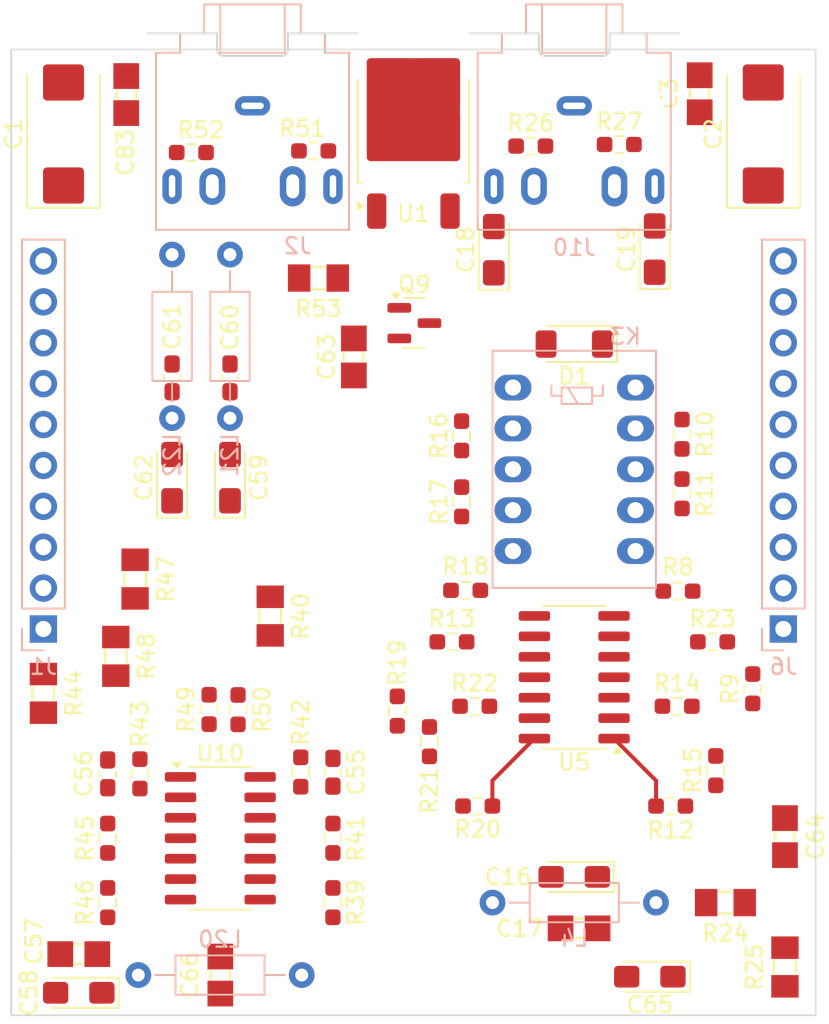
<source format=kicad_pcb>
(kicad_pcb (version 20240108) (generator "pcbnew") (generator_version "8.0")
  (layers (0 "F.Cu" signal) (31 "B.Cu" signal) (34 "B.Paste" user) (35 "F.Paste" user) (36 "B.SilkS" user "B.Silkscreen") (37 "F.SilkS" user "F.Silkscreen") (38 "B.Mask" user) (39 "F.Mask" user) (44 "Edge.Cuts" user))
  (net 0 "")
  (net 1 "GND")
  (net 2 "Net-(K3-Pad4)")
  (net 3 "Net-(K3-Pad9)")
  (net 4 "Net-(K3-Pad7)")
  (net 5 "Net-(K3-Pad2)")
  (net 7 "I_LINE_IN")
  (net 8 "Q_LINE_IN")
  (net 9 "+10V")
  (net 10 "Net-(U5E-V+)")
  (net 11 "Net-(U5C--)")
  (net 12 "Net-(R12-Pad1)")
  (net 13 "Net-(U5D--)")
  (net 14 "RX180")
  (net 15 "+5V")
  (net 16 "RX0")
  (net 17 "Net-(U5B--)")
  (net 18 "R_LINE_IN")
  (net 19 "Net-(R19-Pad2)")
  (net 20 "Net-(U5A--)")
  (net 21 "RX270")
  (net 22 "RX90")
  (net 23 "TX180")
  (net 24 "TX0")
  (net 25 "TX90")
  (net 26 "TX270")
  (net 27 "L_LINE_IN")
  (net 28 "Net-(D1-A)")
  (net 29 "+12V")
  (net 30 "PREAMP")
  (net 31 "Net-(C55-Pad1)")
  (net 32 "Net-(U10B--)")
  (net 33 "Net-(U10A--)")
  (net 34 "Net-(C56-Pad1)")
  (net 35 "Net-(Q9-B)")
  (net 36 "TX_IQ_Q")
  (net 37 "TX_IQ_I")
  (net 38 "Net-(R39-Pad1)")
  (net 39 "Net-(R46-Pad1)")
  (net 40 "Net-(U10C--)")
  (net 41 "Net-(U10D--)")
  (net 42 "Net-(U10E-V+)")
  (net 43 "Net-(C62-Pad1)")
  (net 44 "Net-(C59-Pad1)")
  (net 45 "Net-(C59-Pad2)")
  (net 46 "Net-(C61-Pad2)")
  (footprint "Resistor_SMD:R_0603_1608Metric_Pad0.98x0.95mm_HandSolder" (layer "F.Cu") (at 141 87)
    (property "Reference" "R12" (at 0 1.5 360) (layer "F.SilkS"))
    (property "Value" "1k")
    (pad "1" smd roundrect (at -0.9125 0) (size 0.975 0.95) (layers "F.Cu" "F.Paste" "F.Mask") (net 12 "Net-(R12-Pad1)"))
    (pad "2" smd roundrect (at 0.9125 0) (size 0.975 0.95) (layers "F.Cu" "F.Paste" "F.Mask") (net 20 "Net-(U5A--)"))
  )
  (footprint "Resistor_SMD:R_0603_1608Metric_Pad0.98x0.95mm_HandSolder" (layer "F.Cu") (at 126 83 90)
    (property "Reference" "R21" (at -3.05 0 -90) (layer "F.SilkS"))
    (property "Value" "3k")
    (pad "1" smd roundrect (at -0.9125 0 90) (size 0.975 0.95) (layers "F.Cu" "F.Paste" "F.Mask") (net 13 "Net-(U5D--)"))
    (pad "2" smd roundrect (at 0.9125 0 90) (size 0.975 0.95) (layers "F.Cu" "F.Paste" "F.Mask") (net 15 "+5V"))
  )
  (footprint "Resistor_SMD:R_0603_1608Metric_Pad0.98x0.95mm_HandSolder" (layer "F.Cu") (at 120 93 90)
    (property "Reference" "R39" (at 0 1.4 -90) (layer "F.SilkS"))
    (property "Value" "4,7k")
    (pad "1" smd roundrect (at -0.9125 0 90) (size 0.975 0.95) (layers "F.Cu" "F.Paste" "F.Mask") (net 38 "Net-(R39-Pad1)"))
    (pad "2" smd roundrect (at 0.9125 0 90) (size 0.975 0.95) (layers "F.Cu" "F.Paste" "F.Mask") (net 40 "Net-(U10C--)"))
  )
  (footprint "Resistor_SMD:R_0603_1608Metric_Pad0.98x0.95mm_HandSolder" (layer "F.Cu") (at 129 87 180)
    (property "Reference" "R20" (at 0 -1.43 180) (layer "F.SilkS"))
    (property "Value" "1k")
    (pad "1" smd roundrect (at -0.9125 0 180) (size 0.975 0.95) (layers "F.Cu" "F.Paste" "F.Mask") (net 19 "Net-(R19-Pad2)"))
    (pad "2" smd roundrect (at 0.9125 0 180) (size 0.975 0.95) (layers "F.Cu" "F.Paste" "F.Mask") (net 13 "Net-(U5D--)"))
  )
  (footprint "Resistor_SMD:R_0603_1608Metric_Pad0.98x0.95mm_HandSolder" (layer "F.Cu") (at 141.4 80.8)
    (property "Reference" "R14" (at 0 -1.43 360) (layer "F.SilkS"))
    (property "Value" "3k")
    (pad "1" smd roundrect (at -0.9125 0) (size 0.975 0.95) (layers "F.Cu" "F.Paste" "F.Mask") (net 16 "RX0"))
    (pad "2" smd roundrect (at 0.9125 0) (size 0.975 0.95) (layers "F.Cu" "F.Paste" "F.Mask") (net 15 "+5V"))
  )
  (footprint "Capacitor_SMD:C_0603_1608Metric_Pad1.08x0.95mm_HandSolder" (layer "F.Cu") (at 113.6 60.4 -90)
    (property "Reference" "C60" (at -3.1375 0 90) (layer "F.SilkS"))
    (property "Value" "10nF")
    (pad "1" smd roundrect (at -0.8625 0 270) (size 1.075 0.95) (layers "F.Cu" "F.Paste" "F.Mask") (net 1 "GND"))
    (pad "2" smd roundrect (at 0.8625 0 270) (size 1.075 0.95) (layers "F.Cu" "F.Paste" "F.Mask") (net 45 "Net-(C59-Pad2)"))
  )
  (footprint "Resistor_SMD:R_0603_1608Metric_Pad0.98x0.95mm_HandSolder" (layer "F.Cu") (at 128 68.1 -90)
    (property "Reference" "R17" (at 0 1.4 90) (layer "F.SilkS"))
    (property "Value" "100")
    (pad "1" smd roundrect (at -0.9125 0 270) (size 0.975 0.95) (layers "F.Cu" "F.Paste" "F.Mask") (net 11 "Net-(U5C--)"))
    (pad "2" smd roundrect (at 0.9125 0 270) (size 0.975 0.95) (layers "F.Cu" "F.Paste" "F.Mask") (net 4 "Net-(K3-Pad7)"))
  )
  (footprint "Capacitor_Tantalum_SMD:CP_EIA-3216-18_Kemet-A_Pad1.58x1.35mm_HandSolder" (layer "F.Cu") (at 139.7 97.6 180)
    (property "Reference" "C65" (at 0 -1.75 180) (layer "F.SilkS"))
    (property "Value" "10uF")
    (pad "1" smd roundrect (at -1.4375 0 180) (size 1.575 1.35) (layers "F.Cu" "F.Paste" "F.Mask") (roundrect_rratio 0.185185) (net 15 "+5V"))
    (pad "2" smd roundrect (at 1.4375 0 180) (size 1.575 1.35) (layers "F.Cu" "F.Paste" "F.Mask") (roundrect_rratio 0.185185) (net 1 "GND"))
  )
  (footprint "Resistor_SMD:R_0603_1608Metric_Pad0.98x0.95mm_HandSolder" (layer "F.Cu") (at 141.7 63.9 -90)
    (property "Reference" "R10" (at 0 -1.43 90) (layer "F.SilkS"))
    (property "Value" "300")
    (pad "1" smd roundrect (at -0.9125 0 270) (size 0.975 0.95) (layers "F.Cu" "F.Paste" "F.Mask") (net 5 "Net-(K3-Pad2)"))
    (pad "2" smd roundrect (at 0.9125 0 270) (size 0.975 0.95) (layers "F.Cu" "F.Paste" "F.Mask") (net 17 "Net-(U5B--)"))
  )
  (footprint "Resistor_SMD:R_0603_1608Metric_Pad0.98x0.95mm_HandSolder" (layer "F.Cu") (at 132.3 46)
    (property "Reference" "R26" (at 0 -1.43 360) (layer "F.SilkS"))
    (property "Value" "10k")
    (pad "1" smd roundrect (at -0.9125 0) (size 0.975 0.95) (layers "F.Cu" "F.Paste" "F.Mask") (net 7 "I_LINE_IN"))
    (pad "2" smd roundrect (at 0.9125 0) (size 0.975 0.95) (layers "F.Cu" "F.Paste" "F.Mask") (net 1 "GND"))
  )
  (footprint "Capacitor_SMD:C_0603_1608Metric_Pad1.08x0.95mm_HandSolder" (layer "F.Cu") (at 120 84.9 -90)
    (property "Reference" "C55" (at 0 -1.43 90) (layer "F.SilkS"))
    (property "Value" "390pF")
    (pad "1" smd roundrect (at -0.8625 0 270) (size 1.075 0.95) (layers "F.Cu" "F.Paste" "F.Mask") (net 31 "Net-(C55-Pad1)"))
    (pad "2" smd roundrect (at 0.8625 0 270) (size 1.075 0.95) (layers "F.Cu" "F.Paste" "F.Mask") (net 41 "Net-(U10D--)"))
  )
  (footprint "Resistor_SMD:R_0603_1608Metric_Pad0.98x0.95mm_HandSolder" (layer "F.Cu") (at 124 81.1 -90)
    (property "Reference" "R19" (at -3 0 90) (layer "F.SilkS"))
    (property "Value" "1k")
    (pad "1" smd roundrect (at -0.9125 0 270) (size 0.975 0.95) (layers "F.Cu" "F.Paste" "F.Mask") (net 11 "Net-(U5C--)"))
    (pad "2" smd roundrect (at 0.9125 0 270) (size 0.975 0.95) (layers "F.Cu" "F.Paste" "F.Mask") (net 19 "Net-(R19-Pad2)"))
  )
  (footprint "Capacitor_Tantalum_SMD:CP_EIA-7343-15_Kemet-W_Pad2.25x2.55mm_HandSolder" (layer "F.Cu") (at 103.25 45.25 90)
    (property "Reference" "C1" (at 0 -3.1 -90) (layer "F.SilkS"))
    (property "Value" "100uF")
    (pad "1" smd roundrect (at -3.2 0 90) (size 2.25 2.55) (layers "F.Cu" "F.Paste" "F.Mask") (roundrect_rratio 0.111111) (net 29 "+12V"))
    (pad "2" smd roundrect (at 3.2 0 90) (size 2.25 2.55) (layers "F.Cu" "F.Paste" "F.Mask") (roundrect_rratio 0.111111) (net 1 "GND"))
  )
  (footprint "Capacitor_Tantalum_SMD:CP_EIA-3216-18_Kemet-A_Pad1.58x1.35mm_HandSolder" (layer "F.Cu") (at 104.2 98.6 180)
    (property "Reference" "C58" (at 3.1 0 -90) (layer "F.SilkS"))
    (property "Value" "10uF")
    (pad "1" smd roundrect (at -1.4375 0 180) (size 1.575 1.35) (layers "F.Cu" "F.Paste" "F.Mask") (roundrect_rratio 0.185185) (net 42 "Net-(U10E-V+)"))
    (pad "2" smd roundrect (at 1.4375 0 180) (size 1.575 1.35) (layers "F.Cu" "F.Paste" "F.Mask") (roundrect_rratio 0.185185) (net 1 "GND"))
  )
  (footprint "Resistor_SMD:R_0603_1608Metric_Pad0.98x0.95mm_HandSolder" (layer "F.Cu") (at 128.8125 80.8)
    (property "Reference" "R22" (at 0 -1.43 360) (layer "F.SilkS"))
    (property "Value" "3k")
    (pad "1" smd roundrect (at -0.9125 0) (size 0.975 0.95) (layers "F.Cu" "F.Paste" "F.Mask") (net 15 "+5V"))
    (pad "2" smd roundrect (at 0.9125 0) (size 0.975 0.95) (layers "F.Cu" "F.Paste" "F.Mask") (net 21 "RX270"))
  )
  (footprint "SDR_footprints:R_1206_0603" (layer "F.Cu") (at 144.4 93 180)
    (property "Reference" "R24" (at 0 -1.9 180) (layer "F.SilkS"))
    (property "Value" "750" (hide yes))
    (pad "1" smd rect (at -1.2 0 270) (size 1.7 1.4) (layers "F.Cu" "F.Paste" "F.Mask") (net 15 "+5V"))
    (pad "2" smd rect (at 1.2 0 180) (size 1.4 1.7) (layers "F.Cu" "F.Paste" "F.Mask") (net 10 "Net-(U5E-V+)"))
  )
  (footprint "Capacitor_Tantalum_SMD:CP_EIA-3216-18_Kemet-A_Pad1.58x1.35mm_HandSolder" (layer "F.Cu") (at 140 52.4 90)
    (property "Reference" "C19" (at 0 -1.75 -90) (layer "F.SilkS"))
    (property "Value" "10uF")
    (pad "1" smd roundrect (at -1.4375 0 90) (size 1.575 1.35) (layers "F.Cu" "F.Paste" "F.Mask") (roundrect_rratio 0.185185) (net 27 "L_LINE_IN"))
    (pad "2" smd roundrect (at 1.4375 0 90) (size 1.575 1.35) (layers "F.Cu" "F.Paste" "F.Mask") (roundrect_rratio 0.185185) (net 8 "Q_LINE_IN"))
  )
  (footprint "Resistor_SMD:R_0603_1608Metric_Pad0.98x0.95mm_HandSolder" (layer "F.Cu") (at 143.6 76.8)
    (property "Reference" "R23" (at 0 -1.43 0) (layer "F.SilkS"))
    (property "Value" "3k")
    (pad "1" smd roundrect (at -0.9125 0) (size 0.975 0.95) (layers "F.Cu" "F.Paste" "F.Mask") (net 22 "RX90"))
    (pad "2" smd roundrect (at 0.9125 0) (size 0.975 0.95) (layers "F.Cu" "F.Paste" "F.Mask") (net 15 "+5V"))
  )
  (footprint "Capacitor_Tantalum_SMD:CP_EIA-3216-18_Kemet-A_Pad1.58x1.35mm_HandSolder" (layer "F.Cu") (at 113.6 66.6 90)
    (property "Reference" "C59" (at 0 1.8 270) (layer "F.SilkS"))
    (property "Value" "4,7uF")
    (pad "1" smd roundrect (at -1.4375 0 90) (size 1.575 1.35) (layers "F.Cu" "F.Paste" "F.Mask") (roundrect_rratio 0.185185) (net 44 "Net-(C59-Pad1)"))
    (pad "2" smd roundrect (at 1.4375 0 90) (size 1.575 1.35) (layers "F.Cu" "F.Paste" "F.Mask") (roundrect_rratio 0.185185) (net 45 "Net-(C59-Pad2)"))
  )
  (footprint "SDR_footprints:R_1206_0603" (layer "F.Cu") (at 116.1 75.2 -90)
    (property "Reference" "R40" (at 0 -1.9 90) (layer "F.SilkS"))
    (property "Value" "1" (hide yes))
    (pad "1" smd rect (at -1.2 0) (size 1.7 1.4) (layers "F.Cu" "F.Paste" "F.Mask") (net 23 "TX180"))
    (pad "2" smd rect (at 1.2 0 270) (size 1.4 1.7) (layers "F.Cu" "F.Paste" "F.Mask") (net 38 "Net-(R39-Pad1)"))
  )
  (footprint "SDR_footprints:C_1206_0603" (layer "F.Cu") (at 107.15 42.8 90)
    (property "Reference" "C83" (at -3.6 -0.05 -90) (layer "F.SilkS"))
    (property "Value" "100nF")
    (pad "1" smd rect (at -1.15 0 90) (size 1.6 1.6) (layers "F.Cu" "F.Paste" "F.Mask") (net 29 "+12V"))
    (pad "2" smd rect (at 1.15 0 90) (size 1.6 1.6) (layers "F.Cu" "F.Paste" "F.Mask") (net 1 "GND"))
  )
  (footprint "Resistor_SMD:R_0603_1608Metric_Pad0.98x0.95mm_HandSolder" (layer "F.Cu") (at 128.25 73.6 180)
    (property "Reference" "R18" (at 0 1.5 180) (layer "F.SilkS"))
    (property "Value" "3k")
    (pad "1" smd roundrect (at -0.9125 0 180) (size 0.975 0.95) (layers "F.Cu" "F.Paste" "F.Mask") (net 18 "R_LINE_IN"))
    (pad "2" smd roundrect (at 0.9125 0 180) (size 0.975 0.95) (layers "F.Cu" "F.Paste" "F.Mask") (net 11 "Net-(U5C--)"))
  )
  (footprint "Resistor_SMD:R_0603_1608Metric_Pad0.98x0.95mm_HandSolder" (layer "F.Cu") (at 106 89 -90)
    (property "Reference" "R45" (at 0 1.4 90) (layer "F.SilkS"))
    (property "Value" "4,7k")
    (pad "1" smd roundrect (at -0.9125 0 270) (size 0.975 0.95) (layers "F.Cu" "F.Paste" "F.Mask") (net 34 "Net-(C56-Pad1)"))
    (pad "2" smd roundrect (at 0.9125 0 270) (size 0.975 0.95) (layers "F.Cu" "F.Paste" "F.Mask") (net 32 "Net-(U10B--)"))
  )
  (footprint "Resistor_SMD:R_0603_1608Metric_Pad0.98x0.95mm_HandSolder" (layer "F.Cu") (at 118.8 46.3 180)
    (property "Reference" "R51" (at 0.7 1.4 180) (layer "F.SilkS"))
    (property "Value" "10k")
    (pad "1" smd roundrect (at -0.9125 0 180) (size 0.975 0.95) (layers "F.Cu" "F.Paste" "F.Mask") (net 1 "GND"))
    (pad "2" smd roundrect (at 0.9125 0 180) (size 0.975 0.95) (layers "F.Cu" "F.Paste" "F.Mask") (net 36 "TX_IQ_Q"))
  )
  (footprint "SDR_footprints:R_1206_0603" (layer "F.Cu") (at 106.5 77.7 -90)
    (property "Reference" "R48" (at 0 -1.9 90) (layer "F.SilkS"))
    (property "Value" "1" (hide yes))
    (pad "1" smd rect (at -1.2 0) (size 1.7 1.4) (layers "F.Cu" "F.Paste" "F.Mask") (net 25 "TX90"))
    (pad "2" smd rect (at 1.2 0 270) (size 1.4 1.7) (layers "F.Cu" "F.Paste" "F.Mask") (net 34 "Net-(C56-Pad1)"))
  )
  (footprint "SDR_footprints:C_1206_0603" (layer "F.Cu") (at 121.3 59.1 -90)
    (property "Reference" "C63" (at 0 1.7 90) (layer "F.SilkS"))
    (property "Value" "22..47nF")
    (pad "1" smd rect (at -1.15 0 270) (size 1.6 1.6) (layers "F.Cu" "F.Paste" "F.Mask") (net 35 "Net-(Q9-B)"))
    (pad "2" smd rect (at 1.15 0 270) (size 1.6 1.6) (layers "F.Cu" "F.Paste" "F.Mask") (net 1 "GND"))
  )
  (footprint "Resistor_SMD:R_0603_1608Metric_Pad0.98x0.95mm_HandSolder" (layer "F.Cu") (at 118 84.8875 -90)
    (property "Reference" "R42" (at -3.0875 0 90) (layer "F.SilkS"))
    (property "Value" "4,7k")
    (pad "1" smd roundrect (at -0.9125 0 270) (size 0.975 0.95) (layers "F.Cu" "F.Paste" "F.Mask") (net 31 "Net-(C55-Pad1)"))
    (pad "2" smd roundrect (at 0.9125 0 270) (size 0.975 0.95) (layers "F.Cu" "F.Paste" "F.Mask") (net 41 "Net-(U10D--)"))
  )
  (footprint "Resistor_SMD:R_0603_1608Metric_Pad0.98x0.95mm_HandSolder" (layer "F.Cu") (at 128 64 90)
    (property "Reference" "R16" (at 0 -1.43 -90) (layer "F.SilkS"))
    (property "Value" "300")
    (pad "1" smd roundrect (at -0.9125 0 90) (size 0.975 0.95) (layers "F.Cu" "F.Paste" "F.Mask") (net 11 "Net-(U5C--)"))
    (pad "2" smd roundrect (at 0.9125 0 90) (size 0.975 0.95) (layers "F.Cu" "F.Paste" "F.Mask") (net 3 "Net-(K3-Pad9)"))
  )
  (footprint "Resistor_SMD:R_0603_1608Metric_Pad0.98x0.95mm_HandSolder" (layer "F.Cu") (at 141.7 67.6 -90)
    (property "Reference" "R11" (at 0 -1.43 90) (layer "F.SilkS"))
    (property "Value" "100")
    (pad "1" smd roundrect (at -0.9125 0 270) (size 0.975 0.95) (layers "F.Cu" "F.Paste" "F.Mask") (net 17 "Net-(U5B--)"))
    (pad "2" smd roundrect (at 0.9125 0 270) (size 0.975 0.95) (layers "F.Cu" "F.Paste" "F.Mask") (net 2 "Net-(K3-Pad4)"))
  )
  (footprint "Capacitor_SMD:C_0603_1608Metric_Pad1.08x0.95mm_HandSolder" (layer "F.Cu") (at 106 85 -90)
    (property "Reference" "C56" (at 0 1.5 90) (layer "F.SilkS"))
    (property "Value" "390pF")
    (pad "1" smd roundrect (at -0.8625 0 270) (size 1.075 0.95) (layers "F.Cu" "F.Paste" "F.Mask") (net 34 "Net-(C56-Pad1)"))
    (pad "2" smd roundrect (at 0.8625 0 270) (size 1.075 0.95) (layers "F.Cu" "F.Paste" "F.Mask") (net 33 "Net-(U10A--)"))
  )
  (footprint "SDR_footprints:R_1206_0603" (layer "F.Cu") (at 107.7 72.9 -90)
    (property "Reference" "R47" (at 0 -1.9 90) (layer "F.SilkS"))
    (property "Value" "1" (hide yes))
    (pad "1" smd rect (at -1.2 0) (size 1.7 1.4) (layers "F.Cu" "F.Paste" "F.Mask") (net 26 "TX270"))
    (pad "2" smd rect (at 1.2 0 270) (size 1.4 1.7) (layers "F.Cu" "F.Paste" "F.Mask") (net 39 "Net-(R46-Pad1)"))
  )
  (footprint "Capacitor_SMD:C_0603_1608Metric_Pad1.08x0.95mm_HandSolder" (layer "F.Cu") (at 110 60.4 -90)
    (property "Reference" "C61" (at -3.2 0 90) (layer "F.SilkS"))
    (property "Value" "10nF")
    (pad "1" smd roundrect (at -0.8625 0 270) (size 1.075 0.95) (layers "F.Cu" "F.Paste" "F.Mask") (net 1 "GND"))
    (pad "2" smd roundrect (at 0.8625 0 270) (size 1.075 0.95) (layers "F.Cu" "F.Paste" "F.Mask") (net 46 "Net-(C61-Pad2)"))
  )
  (footprint "Resistor_SMD:R_0603_1608Metric_Pad0.98x0.95mm_HandSolder" (layer "F.Cu") (at 108 85 -90)
    (property "Reference" "R43" (at -3.1 0 90) (layer "F.SilkS"))
    (property "Value" "4,7k")
    (pad "1" smd roundrect (at -0.9125 0 270) (size 0.975 0.95) (layers "F.Cu" "F.Paste" "F.Mask") (net 34 "Net-(C56-Pad1)"))
    (pad "2" smd roundrect (at 0.9125 0 270) (size 0.975 0.95) (layers "F.Cu" "F.Paste" "F.Mask") (net 33 "Net-(U10A--)"))
  )
  (footprint "SDR_footprints:C_1206_0603" (layer "F.Cu") (at 148.1 88.9 -90)
    (property "Reference" "C64" (at 0 -1.9 90) (layer "F.SilkS"))
    (property "Value" "100nF")
    (pad "1" smd rect (at -1.15 0 270) (size 1.6 1.6) (layers "F.Cu" "F.Paste" "F.Mask") (net 1 "GND"))
    (pad "2" smd rect (at 1.15 0 270) (size 1.6 1.6) (layers "F.Cu" "F.Paste" "F.Mask") (net 15 "+5V"))
  )
  (footprint "Resistor_SMD:R_0603_1608Metric_Pad0.98x0.95mm_HandSolder" (layer "F.Cu") (at 127.4 76.8)
    (property "Reference" "R13" (at 0 -1.43 0) (layer "F.SilkS"))
    (property "Value" "3k")
    (pad "1" smd roundrect (at -0.9125 0) (size 0.975 0.95) (layers "F.Cu" "F.Paste" "F.Mask") (net 15 "+5V"))
    (pad "2" smd roundrect (at 0.9125 0) (size 0.975 0.95) (layers "F.Cu" "F.Paste" "F.Mask") (net 14 "RX180"))
  )
  (footprint "Resistor_SMD:R_0603_1608Metric_Pad0.98x0.95mm_HandSolder" (layer "F.Cu") (at 146.1 79.7125 90)
    (property "Reference" "R9" (at 0 -1.43 -90) (layer "F.SilkS"))
    (property "Value" "1k")
    (pad "1" smd roundrect (at -0.9125 0 90) (size 0.975 0.95) (layers "F.Cu" "F.Paste" "F.Mask") (net 12 "Net-(R12-Pad1)"))
    (pad "2" smd roundrect (at 0.9125 0 90) (size 0.975 0.95) (layers "F.Cu" "F.Paste" "F.Mask") (net 17 "Net-(U5B--)"))
  )
  (footprint "Capacitor_Tantalum_SMD:CP_EIA-3216-18_Kemet-A_Pad1.58x1.35mm_HandSolder" (layer "F.Cu") (at 130 52.4375 90)
    (property "Reference" "C18" (at 0 -1.75 -90) (layer "F.SilkS"))
    (property "Value" "10uF")
    (pad "1" smd roundrect (at -1.4375 0 90) (size 1.575 1.35) (layers "F.Cu" "F.Paste" "F.Mask") (roundrect_rratio 0.185185) (net 18 "R_LINE_IN"))
    (pad "2" smd roundrect (at 1.4375 0 90) (size 1.575 1.35) (layers "F.Cu" "F.Paste" "F.Mask") (roundrect_rratio 0.185185) (net 7 "I_LINE_IN"))
  )
  (footprint "Diode_SMD:D_MiniMELF" (layer "F.Cu") (at 135 58.3 180)
    (property "Reference" "D1" (at 0 -2 180) (layer "F.SilkS"))
    (property "Value" "LL4148")
    (pad "1" smd roundrect (at -1.75 0 180) (size 1.3 1.7) (layers "F.Cu" "F.Paste" "F.Mask") (roundrect_rratio 0.1923076923) (net 29 "+12V"))
    (pad "2" smd roundrect (at 1.75 0 180) (size 1.3 1.7) (layers "F.Cu" "F.Paste" "F.Mask") (roundrect_rratio 0.1923076923) (net 28 "Net-(D1-A)"))
  )
  (footprint "SDR_footprints:R_1206_0603" (layer "F.Cu") (at 148.1 97 90)
    (property "Reference" "R25" (at 0 -1.9 270) (layer "F.SilkS"))
    (property "Value" "750" (hide yes))
    (pad "1" smd rect (at -1.2 0 180) (size 1.7 1.4) (layers "F.Cu" "F.Paste" "F.Mask") (net 1 "GND"))
    (pad "2" smd rect (at 1.2 0 90) (size 1.4 1.7) (layers "F.Cu" "F.Paste" "F.Mask") (net 15 "+5V"))
  )
  (footprint "Package_TO_SOT_SMD:SOT-23" (layer "F.Cu") (at 125.0625 57)
    (property "Reference" "Q9" (at 0 -2.4 0) (layer "F.SilkS"))
    (property "Value" "MMBT2222A")
    (pad "1" smd roundrect (at -0.9375 -0.95) (size 1.475 0.6) (layers "F.Cu" "F.Paste" "F.Mask") (net 35 "Net-(Q9-B)"))
    (pad "2" smd roundrect (at -0.9375 0.95) (size 1.475 0.6) (layers "F.Cu" "F.Paste" "F.Mask") (net 1 "GND"))
    (pad "3" smd roundrect (at 0.9375 0) (size 1.475 0.6) (layers "F.Cu" "F.Paste" "F.Mask") (net 28 "Net-(D1-A)"))
  )
  (footprint "Resistor_SMD:R_0603_1608Metric_Pad0.98x0.95mm_HandSolder" (layer "F.Cu") (at 106 93 90)
    (property "Reference" "R46" (at 0 -1.43 -90) (layer "F.SilkS"))
    (property "Value" "4,7k")
    (pad "1" smd roundrect (at -0.9125 0 90) (size 0.975 0.95) (layers "F.Cu" "F.Paste" "F.Mask") (net 39 "Net-(R46-Pad1)"))
    (pad "2" smd roundrect (at 0.9125 0 90) (size 0.975 0.95) (layers "F.Cu" "F.Paste" "F.Mask") (net 32 "Net-(U10B--)"))
  )
  (footprint "Resistor_SMD:R_0603_1608Metric_Pad0.98x0.95mm_HandSolder" (layer "F.Cu") (at 120 89 -90)
    (property "Reference" "R41" (at 0 -1.43 90) (layer "F.SilkS"))
    (property "Value" "4,7k")
    (pad "1" smd roundrect (at -0.9125 0 270) (size 0.975 0.95) (layers "F.Cu" "F.Paste" "F.Mask") (net 31 "Net-(C55-Pad1)"))
    (pad "2" smd roundrect (at 0.9125 0 270) (size 0.975 0.95) (layers "F.Cu" "F.Paste" "F.Mask") (net 40 "Net-(U10C--)"))
  )
  (footprint "SDR_footprints:C_1206_0603" (layer "F.Cu") (at 135.3 94.6)
    (property "Reference" "C17" (at -3.7 0 0) (layer "F.SilkS"))
    (property "Value" "100nF")
    (pad "1" smd rect (at -1.15 0) (size 1.6 1.6) (layers "F.Cu" "F.Paste" "F.Mask") (net 1 "GND"))
    (pad "2" smd rect (at 1.15 0) (size 1.6 1.6) (layers "F.Cu" "F.Paste" "F.Mask") (net 10 "Net-(U5E-V+)"))
  )
  (footprint "Package_TO_SOT_SMD:TO-252-2" (layer "F.Cu") (at 125 45 90)
    (property "Reference" "U1" (at -5.2 0 0) (layer "F.SilkS"))
    (property "Value" "78M09")
    (pad "1" smd roundrect (at -5.04 -2.28 90) (size 2.2 1.2) (layers "F.Cu" "F.Paste" "F.Mask") (roundrect_rratio 0.208333) (net 29 "+12V"))
    (pad "2" smd roundrect (at -0.415 -1.525 90) (size 3.05 2.75) (layers "F.Cu" "F.Paste") (roundrect_rratio 0.090909) (net 1 "GND"))
    (pad "2" smd roundrect (at -0.415 1.525 90) (size 3.05 2.75) (layers "F.Cu" "F.Paste") (roundrect_rratio 0.090909) (net 1 "GND"))
    (pad "2" smd roundrect (at 1.26 0 90) (size 6.4 5.8) (layers "F.Cu" "F.Mask") (roundrect_rratio 0.043103) (net 1 "GND"))
    (pad "2" smd roundrect (at 2.935 -1.525 90) (size 3.05 2.75) (layers "F.Cu" "F.Paste") (roundrect_rratio 0.090909) (net 1 "GND"))
    (pad "2" smd roundrect (at 2.935 1.525 90) (size 3.05 2.75) (layers "F.Cu" "F.Paste") (roundrect_rratio 0.090909) (net 1 "GND"))
    (pad "3" smd roundrect (at -5.04 2.28 90) (size 2.2 1.2) (layers "F.Cu" "F.Paste" "F.Mask") (roundrect_rratio 0.208333) (net 9 "+10V"))
  )
  (footprint "SDR_footprints:R_1206_0603" (layer "F.Cu") (at 102 80 -90)
    (property "Reference" "R44" (at 0 -1.9 90) (layer "F.SilkS"))
    (property "Value" "1" (hide yes))
    (pad "1" smd rect (at -1.2 0) (size 1.7 1.4) (layers "F.Cu" "F.Paste" "F.Mask") (net 24 "TX0"))
    (pad "2" smd rect (at 1.2 0 270) (size 1.4 1.7) (layers "F.Cu" "F.Paste" "F.Mask") (net 31 "Net-(C55-Pad1)"))
  )
  (footprint "SDR_footprints:C_1206_0603" (layer "F.Cu") (at 104.2 96.2 180)
    (property "Reference" "C57" (at 2.8 0.8 90) (layer "F.SilkS"))
    (property "Value" "100nF")
    (pad "1" smd rect (at -1.15 0 180) (size 1.6 1.6) (layers "F.Cu" "F.Paste" "F.Mask") (net 42 "Net-(U10E-V+)"))
    (pad "2" smd rect (at 1.15 0 180) (size 1.6 1.6) (layers "F.Cu" "F.Paste" "F.Mask") (net 1 "GND"))
  )
  (footprint "Resistor_SMD:R_0603_1608Metric_Pad0.98x0.95mm_HandSolder" (layer "F.Cu") (at 137.8 45.9)
    (property "Reference" "R27" (at 0 -1.43 360) (layer "F.SilkS"))
    (property "Value" "10k")
    (pad "1" smd roundrect (at -0.9125 0) (size 0.975 0.95) (layers "F.Cu" "F.Paste" "F.Mask") (net 1 "GND"))
    (pad "2" smd roundrect (at 0.9125 0) (size 0.975 0.95) (layers "F.Cu" "F.Paste" "F.Mask") (net 8 "Q_LINE_IN"))
  )
  (footprint "Capacitor_Tantalum_SMD:CP_EIA-3216-18_Kemet-A_Pad1.58x1.35mm_HandSolder" (layer "F.Cu") (at 110 66.6 90)
    (property "Reference" "C62" (at 0 -1.75 270) (layer "F.SilkS"))
    (property "Value" "4,7uF")
    (pad "1" smd roundrect (at -1.4375 0 90) (size 1.575 1.35) (layers "F.Cu" "F.Paste" "F.Mask") (roundrect_rratio 0.185185) (net 43 "Net-(C62-Pad1)"))
    (pad "2" smd roundrect (at 1.4375 0 90) (size 1.575 1.35) (layers "F.Cu" "F.Paste" "F.Mask") (roundrect_rratio 0.185185) (net 46 "Net-(C61-Pad2)"))
  )
  (footprint "Resistor_SMD:R_0603_1608Metric_Pad0.98x0.95mm_HandSolder" (layer "F.Cu") (at 141.45 73.65 180)
    (property "Reference" "R8" (at 0 1.5 180) (layer "F.SilkS"))
    (property "Value" "3k")
    (pad "1" smd roundrect (at -0.9125 0 180) (size 0.975 0.95) (layers "F.Cu" "F.Paste" "F.Mask") (net 17 "Net-(U5B--)"))
    (pad "2" smd roundrect (at 0.9125 0 180) (size 0.975 0.95) (layers "F.Cu" "F.Paste" "F.Mask") (net 27 "L_LINE_IN"))
  )
  (footprint "SDR_footprints:R_1206_0603" (layer "F.Cu") (at 119.1 54.2 180)
    (property "Reference" "R53" (at 0 -1.9 180) (layer "F.SilkS"))
    (property "Value" "2..4.7k" (hide yes))
    (pad "1" smd rect (at -1.2 0 270) (size 1.7 1.4) (layers "F.Cu" "F.Paste" "F.Mask") (net 35 "Net-(Q9-B)"))
    (pad "2" smd rect (at 1.2 0 180) (size 1.4 1.7) (layers "F.Cu" "F.Paste" "F.Mask") (net 30 "PREAMP"))
  )
  (footprint "Package_SO:SOIC-14_3.9x8.7mm_P1.27mm" (layer "F.Cu") (at 135 79 180)
    (property "Reference" "U5" (at 0 -5.28 180) (layer "F.SilkS"))
    (property "Value" "MC33079" (hide yes))
    (pad "1" smd roundrect (at -2.475 -3.81 180) (size 1.95 0.6) (layers "F.Cu" "F.Paste" "F.Mask") (net 12 "Net-(R12-Pad1)"))
    (pad "2" smd roundrect (at -2.475 -2.54 180) (size 1.95 0.6) (layers "F.Cu" "F.Paste" "F.Mask") (net 20 "Net-(U5A--)"))
    (pad "3" smd roundrect (at -2.475 -1.27 180) (size 1.95 0.6) (layers "F.Cu" "F.Paste" "F.Mask") (net 16 "RX0"))
    (pad "4" smd roundrect (at -2.475 0 180) (size 1.95 0.6) (layers "F.Cu" "F.Paste" "F.Mask") (net 10 "Net-(U5E-V+)"))
    (pad "5" smd roundrect (at -2.475 1.27 180) (size 1.95 0.6) (layers "F.Cu" "F.Paste" "F.Mask") (net 14 "RX180"))
    (pad "6" smd roundrect (at -2.475 2.54 180) (size 1.95 0.6) (layers "F.Cu" "F.Paste" "F.Mask") (net 17 "Net-(U5B--)"))
    (pad "7" smd roundrect (at -2.475 3.81 180) (size 1.95 0.6) (layers "F.Cu" "F.Paste" "F.Mask") (net 27 "L_LINE_IN"))
    (pad "8" smd roundrect (at 2.475 3.81 180) (size 1.95 0.6) (layers "F.Cu" "F.Paste" "F.Mask") (net 18 "R_LINE_IN"))
    (pad "9" smd roundrect (at 2.475 2.54 180) (size 1.95 0.6) (layers "F.Cu" "F.Paste" "F.Mask") (net 11 "Net-(U5C--)"))
    (pad "10" smd roundrect (at 2.475 1.27 180) (size 1.95 0.6) (layers "F.Cu" "F.Paste" "F.Mask") (net 22 "RX90"))
    (pad "11" smd roundrect (at 2.475 0 180) (size 1.95 0.6) (layers "F.Cu" "F.Paste" "F.Mask") (net 1 "GND"))
    (pad "12" smd roundrect (at 2.475 -1.27 180) (size 1.95 0.6) (layers "F.Cu" "F.Paste" "F.Mask") (net 21 "RX270"))
    (pad "13" smd roundrect (at 2.475 -2.54 180) (size 1.95 0.6) (layers "F.Cu" "F.Paste" "F.Mask") (net 13 "Net-(U5D--)"))
    (pad "14" smd roundrect (at 2.475 -3.81 180) (size 1.95 0.6) (layers "F.Cu" "F.Paste" "F.Mask") (net 19 "Net-(R19-Pad2)"))
  )
  (footprint "Resistor_SMD:R_0603_1608Metric_Pad0.98x0.95mm_HandSolder" (layer "F.Cu") (at 143.8 84.8 90)
    (property "Reference" "R15" (at 0 -1.43 -90) (layer "F.SilkS"))
    (property "Value" "3k")
    (pad "1" smd roundrect (at -0.9125 0 90) (size 0.975 0.95) (layers "F.Cu" "F.Paste" "F.Mask") (net 20 "Net-(U5A--)"))
    (pad "2" smd roundrect (at 0.9125 0 90) (size 0.975 0.95) (layers "F.Cu" "F.Paste" "F.Mask") (net 15 "+5V"))
  )
  (footprint "Resistor_SMD:R_0603_1608Metric_Pad0.98x0.95mm_HandSolder" (layer "F.Cu") (at 114.1 81.0125 90)
    (property "Reference" "R50" (at 0 1.5 -90) (layer "F.SilkS"))
    (property "Value" "1k")
    (pad "1" smd roundrect (at -0.9125 0 90) (size 0.975 0.95) (layers "F.Cu" "F.Paste" "F.Mask") (net 41 "Net-(U10D--)"))
    (pad "2" smd roundrect (at 0.9125 0 90) (size 0.975 0.95) (layers "F.Cu" "F.Paste" "F.Mask") (net 44 "Net-(C59-Pad1)"))
  )
  (footprint "Resistor_SMD:R_0603_1608Metric_Pad0.98x0.95mm_HandSolder" (layer "F.Cu") (at 111.2 46.4)
    (property "Reference" "R52" (at 0.6 -1.4 0) (layer "F.SilkS"))
    (property "Value" "10k")
    (pad "1" smd roundrect (at -0.9125 0) (size 0.975 0.95) (layers "F.Cu" "F.Paste" "F.Mask") (net 1 "GND"))
    (pad "2" smd roundrect (at 0.9125 0) (size 0.975 0.95) (layers "F.Cu" "F.Paste" "F.Mask") (net 37 "TX_IQ_I"))
  )
  (footprint "Resistor_SMD:R_0603_1608Metric_Pad0.98x0.95mm_HandSolder" (layer "F.Cu") (at 112.3 81 90)
    (property "Reference" "R49" (at 0 -1.43 -90) (layer "F.SilkS"))
    (property "Value" "1k")
    (pad "1" smd roundrect (at -0.9125 0 90) (size 0.975 0.95) (layers "F.Cu" "F.Paste" "F.Mask") (net 33 "Net-(U10A--)"))
    (pad "2" smd roundrect (at 0.9125 0 90) (size 0.975 0.95) (layers "F.Cu" "F.Paste" "F.Mask") (net 43 "Net-(C62-Pad1)"))
  )
  (footprint "Package_SO:SOIC-14_3.9x8.7mm_P1.27mm" (layer "F.Cu") (at 113 89)
    (property "Reference" "U10" (at 0 -5.28 0) (layer "F.SilkS"))
    (property "Value" "MC33079")
    (pad "1" smd roundrect (at -2.475 -3.81) (size 1.95 0.6) (layers "F.Cu" "F.Paste" "F.Mask") (net 34 "Net-(C56-Pad1)"))
    (pad "2" smd roundrect (at -2.475 -2.54) (size 1.95 0.6) (layers "F.Cu" "F.Paste" "F.Mask") (net 33 "Net-(U10A--)"))
    (pad "3" smd roundrect (at -2.475 -1.27) (size 1.95 0.6) (layers "F.Cu" "F.Paste" "F.Mask") (net 15 "+5V"))
    (pad "4" smd roundrect (at -2.475 0) (size 1.95 0.6) (layers "F.Cu" "F.Paste" "F.Mask") (net 42 "Net-(U10E-V+)"))
    (pad "5" smd roundrect (at -2.475 1.27) (size 1.95 0.6) (layers "F.Cu" "F.Paste" "F.Mask") (net 15 "+5V"))
    (pad "6" smd roundrect (at -2.475 2.54) (size 1.95 0.6) (layers "F.Cu" "F.Paste" "F.Mask") (net 32 "Net-(U10B--)"))
    (pad "7" smd roundrect (at -2.475 3.81) (size 1.95 0.6) (layers "F.Cu" "F.Paste" "F.Mask") (net 39 "Net-(R46-Pad1)"))
    (pad "8" smd roundrect (at 2.475 3.81) (size 1.95 0.6) (layers "F.Cu" "F.Paste" "F.Mask") (net 38 "Net-(R39-Pad1)"))
    (pad "9" smd roundrect (at 2.475 2.54) (size 1.95 0.6) (layers "F.Cu" "F.Paste" "F.Mask") (net 40 "Net-(U10C--)"))
    (pad "10" smd roundrect (at 2.475 1.27) (size 1.95 0.6) (layers "F.Cu" "F.Paste" "F.Mask") (net 15 "+5V"))
    (pad "11" smd roundrect (at 2.475 0) (size 1.95 0.6) (layers "F.Cu" "F.Paste" "F.Mask") (net 1 "GND"))
    (pad "12" smd roundrect (at 2.475 -1.27) (size 1.95 0.6) (layers "F.Cu" "F.Paste" "F.Mask") (net 15 "+5V"))
    (pad "13" smd roundrect (at 2.475 -2.54) (size 1.95 0.6) (layers "F.Cu" "F.Paste" "F.Mask") (net 41 "Net-(U10D--)"))
    (pad "14" smd roundrect (at 2.475 -3.81) (size 1.95 0.6) (layers "F.Cu" "F.Paste" "F.Mask") (net 31 "Net-(C55-Pad1)"))
  )
  (footprint "Capacitor_Tantalum_SMD:CP_EIA-7343-15_Kemet-W_Pad2.25x2.55mm_HandSolder" (layer "F.Cu") (at 146.75 45.25 90)
    (property "Reference" "C2" (at 0 -3.1 -90) (layer "F.SilkS"))
    (property "Value" "100uF")
    (pad "1" smd roundrect (at -3.2 0 90) (size 2.25 2.55) (layers "F.Cu" "F.Paste" "F.Mask") (roundrect_rratio 0.111111) (net 9 "+10V"))
    (pad "2" smd roundrect (at 3.2 0 90) (size 2.25 2.55) (layers "F.Cu" "F.Paste" "F.Mask") (roundrect_rratio 0.111111) (net 1 "GND"))
  )
  (footprint "SDR_footprints:C_1206_0603" (layer "F.Cu") (at 142.8 42.75 90)
    (property "Reference" "C3" (at 0 -1.9 -90) (layer "F.SilkS"))
    (property "Value" "100nF")
    (pad "1" smd rect (at -1.15 0 90) (size 1.6 1.6) (layers "F.Cu" "F.Paste" "F.Mask") (net 9 "+10V"))
    (pad "2" smd rect (at 1.15 0 90) (size 1.6 1.6) (layers "F.Cu" "F.Paste" "F.Mask") (net 1 "GND"))
  )
  (footprint "Capacitor_Tantalum_SMD:CP_EIA-3216-18_Kemet-A_Pad1.58x1.35mm_HandSolder" (layer "F.Cu") (at 135 91.4 180)
    (property "Reference" "C16" (at 4.1 0 180) (layer "F.SilkS"))
    (property "Value" "10uF")
    (pad "1" smd roundrect (at -1.4375 0 180) (size 1.575 1.35) (layers "F.Cu" "F.Paste" "F.Mask") (roundrect_rratio 0.185185) (net 10 "Net-(U5E-V+)"))
    (pad "2" smd roundrect (at 1.4375 0 180) (size 1.575 1.35) (layers "F.Cu" "F.Paste" "F.Mask") (roundrect_rratio 0.185185) (net 1 "GND"))
  )
  (footprint "SDR_footprints:C_1206_0603" (layer "F.Cu") (at 113 97.5 90)
    (property "Reference" "C66" (at 0 -1.9 270) (layer "F.SilkS"))
    (property "Value" "100nF")
    (pad "1" smd rect (at -1.15 0 90) (size 1.6 1.6) (layers "F.Cu" "F.Paste" "F.Mask") (net 1 "GND"))
    (pad "2" smd rect (at 1.15 0 90) (size 1.6 1.6) (layers "F.Cu" "F.Paste" "F.Mask") (net 15 "+5V"))
  )
  (footprint "Inductor_THT:L_Axial_L5.3mm_D2.2mm_P10.16mm_Horizontal_Vishay_IM-1" (layer "B.Cu") (at 110 62.9 90)
    (property "Reference" "L22" (at -2.3 0 270) (layer "B.SilkS") (effects (justify mirror)))
    (property "Value" "4.7mH")
    (pad "1" thru_hole circle (at 0 0 90) (size 1.6 1.6) (drill 0.8) (layers "*.Cu" "*.Mask") (net 46 "Net-(C61-Pad2)"))
    (pad "2" thru_hole oval (at 10.16 0 90) (size 1.6 1.6) (drill 0.8) (layers "*.Cu" "*.Mask") (net 37 "TX_IQ_I"))
  )
  (footprint "Connector_PinHeader_2.54mm:PinHeader_1x10_P2.54mm_Vertical" (layer "B.Cu") (at 102 76)
    (property "Reference" "J1" (at 0 2.33 0) (layer "B.SilkS") (effects (justify mirror)))
    (property "Value" "TX")
    (pad "1" thru_hole rect (at 0 0) (size 1.7 1.7) (drill 1) (layers "*.Cu" "*.Mask") (net 1 "GND"))
    (pad "2" thru_hole oval (at 0 -2.54) (size 1.7 1.7) (drill 1) (layers "*.Cu" "*.Mask") (net 24 "TX0"))
    (pad "3" thru_hole oval (at 0 -5.08) (size 1.7 1.7) (drill 1) (layers "*.Cu" "*.Mask") (net 25 "TX90"))
    (pad "4" thru_hole oval (at 0 -7.62) (size 1.7 1.7) (drill 1) (layers "*.Cu" "*.Mask") (net 23 "TX180"))
    (pad "5" thru_hole oval (at 0 -10.16) (size 1.7 1.7) (drill 1) (layers "*.Cu" "*.Mask") (net 26 "TX270"))
    (pad "6" thru_hole oval (at 0 -12.7) (size 1.7 1.7) (drill 1) (layers "*.Cu" "*.Mask") (net 29 "+12V"))
    (pad "7" thru_hole oval (at 0 -15.24) (size 1.7 1.7) (drill 1) (layers "*.Cu" "*.Mask") (net 30 "PREAMP"))
    (pad "8" thru_hole oval (at 0 -17.78) (size 1.7 1.7) (drill 1) (layers "*.Cu" "*.Mask") (net 36 "TX_IQ_Q"))
    (pad "9" thru_hole oval (at 0 -20.32) (size 1.7 1.7) (drill 1) (layers "*.Cu" "*.Mask") (net 37 "TX_IQ_I"))
    (pad "10" thru_hole oval (at 0 -22.86) (size 1.7 1.7) (drill 1) (layers "*.Cu" "*.Mask") (net 1 "GND"))
  )
  (footprint "Inductor_THT:L_Axial_L5.3mm_D2.2mm_P10.16mm_Horizontal_Vishay_IM-1" (layer "B.Cu") (at 129.92 93)
    (property "Reference" "L4" (at 5.08 2.22 0) (layer "B.SilkS") (effects (justify mirror)))
    (property "Value" "100uH")
    (pad "1" thru_hole circle (at 0 0) (size 1.6 1.6) (drill 0.8) (layers "*.Cu" "*.Mask") (net 9 "+10V"))
    (pad "2" thru_hole oval (at 10.16 0) (size 1.6 1.6) (drill 0.8) (layers "*.Cu" "*.Mask") (net 10 "Net-(U5E-V+)"))
  )
  (footprint "Relay_THT:Relay_DPDT_FRT5" (layer "B.Cu") (at 138.81 61 180)
    (property "Reference" "K3" (at 0.635 3.175 180) (layer "B.SilkS") (effects (justify mirror)))
    (property "Value" "FRT5_separated")
    (pad "1" thru_hole oval (at 0 0 180) (size 2.3 1.6) (drill 1) (layers "*.Cu" "*.Mask") (net 29 "+12V"))
    (pad "2" thru_hole oval (at 0 -2.54 180) (size 2.3 1.6) (drill 1) (layers "*.Cu" "*.Mask") (net 5 "Net-(K3-Pad2)"))
    (pad "3" thru_hole oval (at 0 -5.08 180) (size 2.3 1.6) (drill 1) (layers "*.Cu" "*.Mask") (net 20 "Net-(U5A--)"))
    (pad "4" thru_hole oval (at 0 -7.62 180) (size 2.3 1.6) (drill 1) (layers "*.Cu" "*.Mask") (net 2 "Net-(K3-Pad4)"))
    (pad "5" thru_hole oval (at 0 -10.16 180) (size 2.3 1.6) (drill 1) (layers "*.Cu" "*.Mask"))
    (pad "6" thru_hole oval (at 7.62 -10.16 180) (size 2.3 1.6) (drill 1) (layers "*.Cu" "*.Mask"))
    (pad "7" thru_hole oval (at 7.62 -7.62 180) (size 2.3 1.6) (drill 1) (layers "*.Cu" "*.Mask") (net 4 "Net-(K3-Pad7)"))
    (pad "8" thru_hole oval (at 7.62 -5.08 180) (size 2.3 1.6) (drill 1) (layers "*.Cu" "*.Mask") (net 13 "Net-(U5D--)"))
    (pad "9" thru_hole oval (at 7.62 -2.54 180) (size 2.3 1.6) (drill 1) (layers "*.Cu" "*.Mask") (net 3 "Net-(K3-Pad9)"))
    (pad "10" thru_hole oval (at 7.62 0 180) (size 2.3 1.6) (drill 1) (layers "*.Cu" "*.Mask") (net 28 "Net-(D1-A)"))
  )
  (footprint "Connector_Audio:Jack_3.5mm_CUI_SJ1-3525N_Horizontal" (layer "B.Cu") (at 135 43.5)
    (property "Reference" "J10" (at 0 8.8 0) (layer "B.SilkS") (effects (justify mirror)))
    (property "Value" "AudioJack3_Ground_SwitchTR")
    (fp_line (start -6.5 -4.5) (end -2.2 -4.5) (stroke (width 0.12)) (layer "Edge.Cuts"))
    (fp_line (start -2.2 -4.5) (end -2.2 -3.5) (stroke (width 0.12)) (layer "Edge.Cuts"))
    (fp_line (start -1.8 -3.1) (end 1.8 -3.1) (stroke (width 0.12)) (layer "Edge.Cuts"))
    (fp_line (start 2.2 -4.5) (end 2.2 -3.5) (stroke (width 0.12)) (layer "Edge.Cuts"))
    (fp_line (start 6.5 -4.5) (end 2.2 -4.5) (stroke (width 0.12)) (layer "Edge.Cuts"))
    (fp_arc (start -1.8 -3.1) (mid -2.082842 -3.217158) (end -2.2 -3.5) (stroke (width 0.12)) (layer "Edge.Cuts"))
    (fp_arc (start 2.2 -3.5) (mid 2.082843 -3.217157) (end 1.8 -3.1) (stroke (width 0.12)) (layer "Edge.Cuts"))
    (pad "" np_thru_hole circle (at -5 -2.5) (size 1.2 1.2) (drill 1.2) (layers "F&B.Cu" "*.Mask"))
    (pad "" np_thru_hole circle (at -5 0) (size 1.2 1.2) (drill 1.2) (layers "F&B.Cu" "*.Mask"))
    (pad "" np_thru_hole circle (at 0 5) (size 1.2 1.2) (drill 1.2) (layers "F&B.Cu" "*.Mask"))
    (pad "" np_thru_hole circle (at 5 -2.5) (size 1.2 1.2) (drill 1.2) (layers "F&B.Cu" "*.Mask"))
    (pad "" np_thru_hole circle (at 5 0) (size 1.2 1.2) (drill 1.2) (layers "F&B.Cu" "*.Mask"))
    (pad "R" thru_hole oval (at -5 5) (size 1.2 2.2) (drill oval 0.4 1.4) (layers "*.Cu" "*.Mask") (net 7 "I_LINE_IN"))
    (pad "RN" thru_hole oval (at -2.5 5) (size 1.6 2.3) (drill oval 0.8 1.5) (layers "*.Cu" "*.Mask") (net 7 "I_LINE_IN"))
    (pad "S" thru_hole oval (at 0 0) (size 2.2 1.2) (drill oval 1.4 0.4) (layers "*.Cu" "*.Mask") (net 1 "GND"))
    (pad "T" thru_hole oval (at 5 5 180) (size 1.2 2.2) (drill oval 0.4 1.4) (layers "*.Cu" "*.Mask") (net 8 "Q_LINE_IN"))
    (pad "TN" thru_hole oval (at 2.5 5 180) (size 1.6 2.5) (drill oval 0.8 1.5) (layers "*.Cu" "*.Mask") (net 8 "Q_LINE_IN"))
  )
  (footprint "Inductor_THT:L_Axial_L5.3mm_D2.2mm_P10.16mm_Horizontal_Vishay_IM-1" (layer "B.Cu") (at 113.6 62.9 90)
    (property "Reference" "L21" (at -2.3 0 270) (layer "B.SilkS") (effects (justify mirror)))
    (property "Value" "4.7mH")
    (pad "1" thru_hole circle (at 0 0 90) (size 1.6 1.6) (drill 0.8) (layers "*.Cu" "*.Mask") (net 45 "Net-(C59-Pad2)"))
    (pad "2" thru_hole oval (at 10.16 0 90) (size 1.6 1.6) (drill 0.8) (layers "*.Cu" "*.Mask") (net 36 "TX_IQ_Q"))
  )
  (footprint "Connector_PinHeader_2.54mm:PinHeader_1x10_P2.54mm_Vertical" (layer "B.Cu") (at 148 76)
    (property "Reference" "J6" (at 0 2.33 0) (layer "B.SilkS") (effects (justify mirror)))
    (property "Value" "RX")
    (pad "1" thru_hole rect (at 0 0) (size 1.7 1.7) (drill 1) (layers "*.Cu" "*.Mask") (net 1 "GND"))
    (pad "2" thru_hole oval (at 0 -2.54) (size 1.7 1.7) (drill 1) (layers "*.Cu" "*.Mask") (net 16 "RX0"))
    (pad "3" thru_hole oval (at 0 -5.08) (size 1.7 1.7) (drill 1) (layers "*.Cu" "*.Mask") (net 22 "RX90"))
    (pad "4" thru_hole oval (at 0 -7.62) (size 1.7 1.7) (drill 1) (layers "*.Cu" "*.Mask") (net 14 "RX180"))
    (pad "5" thru_hole oval (at 0 -10.16) (size 1.7 1.7) (drill 1) (layers "*.Cu" "*.Mask") (net 21 "RX270"))
    (pad "6" thru_hole oval (at 0 -12.7) (size 1.7 1.7) (drill 1) (layers "*.Cu" "*.Mask") (net 9 "+10V"))
    (pad "7" thru_hole oval (at 0 -15.24) (size 1.7 1.7) (drill 1) (layers "*.Cu" "*.Mask"))
    (pad "8" thru_hole oval (at 0 -17.78) (size 1.7 1.7) (drill 1) (layers "*.Cu" "*.Mask") (net 7 "I_LINE_IN"))
    (pad "9" thru_hole oval (at 0 -20.32) (size 1.7 1.7) (drill 1) (layers "*.Cu" "*.Mask") (net 8 "Q_LINE_IN"))
    (pad "10" thru_hole oval (at 0 -22.86) (size 1.7 1.7) (drill 1) (layers "*.Cu" "*.Mask") (net 1 "GND"))
  )
  (footprint "Inductor_THT:L_Axial_L5.3mm_D2.2mm_P10.16mm_Horizontal_Vishay_IM-1" (layer "B.Cu") (at 118.06 97.5 180)
    (property "Reference" "L20" (at 5.08 2.22 180) (layer "B.SilkS") (effects (justify mirror)))
    (property "Value" "100uH")
    (pad "1" thru_hole circle (at 0 0 180) (size 1.6 1.6) (drill 0.8) (layers "*.Cu" "*.Mask") (net 9 "+10V"))
    (pad "2" thru_hole oval (at 10.16 0 180) (size 1.6 1.6) (drill 0.8) (layers "*.Cu" "*.Mask") (net 42 "Net-(U10E-V+)"))
  )
  (footprint "Connector_Audio:Jack_3.5mm_CUI_SJ1-3525N_Horizontal" (layer "B.Cu") (at 115 43.5)
    (property "Reference" "J2" (at 2.8 8.7 360) (layer "B.SilkS") (effects (justify mirror)))
    (property "Value" "AudioJack3_Ground_SwitchTR")
    (fp_line (start -6.5 -4.5) (end -2.2 -4.5) (stroke (width 0.12)) (layer "Edge.Cuts"))
    (fp_line (start -2.2 -4.5) (end -2.2 -3.5) (stroke (width 0.12)) (layer "Edge.Cuts"))
    (fp_line (start -1.8 -3.1) (end 1.8 -3.1) (stroke (width 0.12)) (layer "Edge.Cuts"))
    (fp_line (start 2.2 -4.5) (end 2.2 -3.5) (stroke (width 0.12)) (layer "Edge.Cuts"))
    (fp_line (start 6.5 -4.5) (end 2.2 -4.5) (stroke (width 0.12)) (layer "Edge.Cuts"))
    (fp_arc (start -1.8 -3.1) (mid -2.082842 -3.217158) (end -2.2 -3.5) (stroke (width 0.12)) (layer "Edge.Cuts"))
    (fp_arc (start 2.2 -3.5) (mid 2.082843 -3.217157) (end 1.8 -3.1) (stroke (width 0.12)) (layer "Edge.Cuts"))
    (pad "" np_thru_hole circle (at -5 -2.5) (size 1.2 1.2) (drill 1.2) (layers "F&B.Cu" "*.Mask"))
    (pad "" np_thru_hole circle (at -5 0) (size 1.2 1.2) (drill 1.2) (layers "F&B.Cu" "*.Mask"))
    (pad "" np_thru_hole circle (at 0 5) (size 1.2 1.2) (drill 1.2) (layers "F&B.Cu" "*.Mask"))
    (pad "" np_thru_hole circle (at 5 -2.5) (size 1.2 1.2) (drill 1.2) (layers "F&B.Cu" "*.Mask"))
    (pad "" np_thru_hole circle (at 5 0) (size 1.2 1.2) (drill 1.2) (layers "F&B.Cu" "*.Mask"))
    (pad "R" thru_hole oval (at -5 5) (size 1.2 2.2) (drill oval 0.4 1.4) (layers "*.Cu" "*.Mask") (net 37 "TX_IQ_I"))
    (pad "RN" thru_hole oval (at -2.5 5) (size 1.6 2.3) (drill oval 0.8 1.5) (layers "*.Cu" "*.Mask") (net 37 "TX_IQ_I"))
    (pad "S" thru_hole oval (at 0 0) (size 2.2 1.2) (drill oval 1.4 0.4) (layers "*.Cu" "*.Mask") (net 1 "GND"))
    (pad "T" thru_hole oval (at 5 5 180) (size 1.2 2.2) (drill oval 0.4 1.4) (layers "*.Cu" "*.Mask") (net 36 "TX_IQ_Q"))
    (pad "TN" thru_hole oval (at 2.5 5 180) (size 1.6 2.5) (drill oval 0.8 1.5) (layers "*.Cu" "*.Mask") (net 36 "TX_IQ_Q"))
  )
  (gr_line (start 100 40) (end 150 40) (stroke (width 0.1)) (layer "Edge.Cuts"))
  (gr_line (start 100 90) (end 100 100) (stroke (width 0.1)) (layer "Edge.Cuts"))
  (gr_line (start 150 90) (end 150 40) (stroke (width 0.1)) (layer "Edge.Cuts"))
  (gr_line (start 150 100) (end 150 90) (stroke (width 0.1)) (layer "Edge.Cuts"))
  (gr_line (start 100 100) (end 150 100) (stroke (width 0.1)) (layer "Edge.Cuts"))
  (gr_line (start 100 40) (end 100 90) (stroke (width 0.1)) (layer "Edge.Cuts"))
  (segment (start 140.0875 87) (end 140.0875 85.4225) (width 0.25) (layer "F.Cu") (net 12))
  (segment (start 140.0875 85.4225) (end 137.475 82.81) (width 0.25) (layer "F.Cu") (net 12))
  (segment (start 132.525 82.81) (end 129.9125 85.4225) (width 0.25) (layer "F.Cu") (net 19))
  (segment (start 129.9125 85.4225) (end 129.9125 87) (width 0.25) (layer "F.Cu") (net 19))
)
</source>
